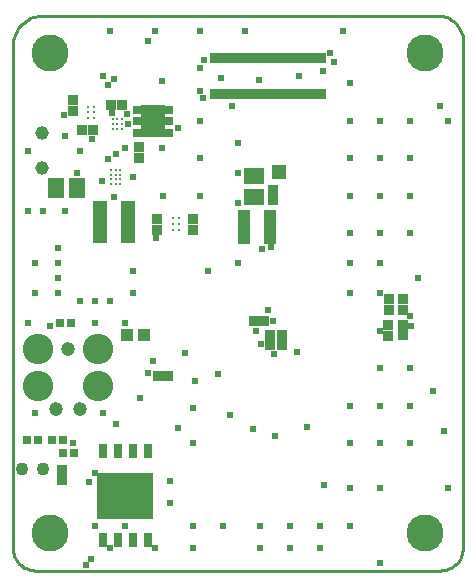
<source format=gbr>
G04 EAGLE Gerber RS-274X export*
G75*
%MOMM*%
%FSLAX34Y34*%
%LPD*%
%INSoldermask Bottom*%
%IPPOS*%
%AMOC8*
5,1,8,0,0,1.08239X$1,22.5*%
G01*
%ADD10C,3.124200*%
%ADD11R,1.653200X1.353200*%
%ADD12R,0.823200X0.823200*%
%ADD13R,1.353200X1.653200*%
%ADD14C,1.193800*%
%ADD15C,2.578100*%
%ADD16R,0.246381X0.787400*%
%ADD17R,9.937600X0.812800*%
%ADD18R,1.168400X3.606800*%
%ADD19R,0.703200X0.703200*%
%ADD20R,1.003200X1.003200*%
%ADD21C,1.103200*%
%ADD22C,1.153200*%
%ADD23C,0.304800*%
%ADD24C,0.292100*%
%ADD25C,0.325000*%
%ADD26R,1.203200X1.203200*%
%ADD27R,1.016000X2.870200*%
%ADD28R,0.803200X0.653200*%
%ADD29R,2.003200X2.803200*%
%ADD30R,0.753200X1.203200*%
%ADD31R,4.775200X4.013200*%
%ADD32C,0.606400*%
%ADD33C,0.254000*%


D10*
X31750Y31750D03*
X349250Y31750D03*
X349250Y438150D03*
X31750Y438150D03*
D11*
X204216Y315866D03*
X204216Y333866D03*
D12*
X217932Y199572D03*
X217932Y190572D03*
X318262Y220544D03*
X318262Y229544D03*
X41656Y76272D03*
X41656Y85272D03*
X220218Y313508D03*
X220218Y322508D03*
X83130Y394462D03*
X92130Y394462D03*
X67746Y372872D03*
X58746Y372872D03*
X122428Y288362D03*
X122428Y297362D03*
X152400Y288362D03*
X152400Y297362D03*
X330200Y220544D03*
X330200Y229544D03*
X330200Y208208D03*
X330200Y199208D03*
X227838Y199572D03*
X227838Y190572D03*
X318008Y207954D03*
X318008Y198954D03*
X212780Y211074D03*
X203780Y211074D03*
X106426Y349322D03*
X106426Y358322D03*
D13*
X54720Y323596D03*
X36720Y323596D03*
D14*
X46736Y187706D03*
X56886Y136906D03*
X36586Y136906D03*
D15*
X72136Y187706D03*
X72136Y155956D03*
X21336Y155956D03*
X21336Y187706D03*
D16*
X207906Y434467D03*
X203906Y434467D03*
X199906Y434467D03*
X195906Y434467D03*
X191906Y434467D03*
X187906Y434467D03*
X183906Y434467D03*
X179906Y434467D03*
X175906Y434467D03*
X171906Y434467D03*
X167906Y434467D03*
X251906Y434467D03*
X247906Y434467D03*
X243906Y434467D03*
X239906Y434467D03*
X235906Y434467D03*
X231906Y434467D03*
X227906Y434467D03*
X223906Y434467D03*
X219906Y434467D03*
X215906Y434467D03*
X211906Y434467D03*
X203906Y403733D03*
X199906Y403733D03*
X195906Y403733D03*
X191906Y403733D03*
X187906Y403733D03*
X183906Y403733D03*
X179906Y403733D03*
X175906Y403733D03*
X171906Y403733D03*
X167906Y403733D03*
X251906Y403733D03*
X247906Y403733D03*
X243906Y403733D03*
X239906Y403733D03*
X235906Y403733D03*
X231906Y403733D03*
X227906Y403733D03*
X223906Y403733D03*
X219906Y403733D03*
X215906Y403733D03*
X211906Y403733D03*
X207906Y403733D03*
D17*
X215900Y434340D03*
X215900Y403860D03*
D16*
X263906Y434467D03*
X259906Y434467D03*
X255906Y434467D03*
X263906Y403733D03*
X259906Y403733D03*
X255906Y403733D03*
D18*
X97409Y295148D03*
X73787Y295148D03*
D19*
X42744Y99314D03*
X51744Y99314D03*
X21010Y110490D03*
X12010Y110490D03*
X49204Y209296D03*
X40204Y209296D03*
X42092Y110236D03*
X33092Y110236D03*
D20*
X96386Y199136D03*
X111386Y199136D03*
D21*
X7764Y85852D03*
X25764Y85852D03*
D22*
X24892Y340854D03*
X24892Y370854D03*
D23*
X91122Y327248D03*
X91122Y331248D03*
X91122Y335248D03*
X91122Y339248D03*
X87122Y327248D03*
X87122Y331248D03*
X87122Y335248D03*
X87122Y339248D03*
X83122Y327248D03*
X83122Y331248D03*
X83122Y335248D03*
X83122Y339248D03*
D24*
X88392Y378206D03*
X92392Y382206D03*
X88392Y382206D03*
X92392Y378206D03*
X84392Y382206D03*
X92392Y374206D03*
X84392Y374206D03*
X84392Y378206D03*
X88392Y374206D03*
D25*
X140676Y288624D03*
X135676Y288624D03*
X140676Y293624D03*
X135676Y293624D03*
X140676Y298624D03*
X135676Y298624D03*
D26*
X225044Y337820D03*
D27*
X195502Y290576D03*
X217502Y290576D03*
D28*
X104864Y370738D03*
X104864Y380238D03*
X104864Y389738D03*
X131864Y389738D03*
X131864Y380238D03*
X131864Y370738D03*
D29*
X118364Y380238D03*
D30*
X76200Y100960D03*
X88900Y100960D03*
X101600Y100960D03*
X114300Y100960D03*
X114300Y26040D03*
X101600Y26040D03*
X88900Y26040D03*
X76200Y26040D03*
D31*
X95250Y63500D03*
D12*
X122500Y165100D03*
X131500Y165100D03*
D25*
X64048Y392858D03*
X69048Y392858D03*
X64048Y387858D03*
X69048Y387858D03*
X64048Y382858D03*
X69048Y382858D03*
D12*
X50800Y389200D03*
X50800Y398200D03*
D32*
X85598Y316484D03*
X87122Y353060D03*
X162052Y432562D03*
X209788Y191639D03*
X311150Y107950D03*
X311150Y69850D03*
X336550Y107950D03*
X285750Y107950D03*
X285750Y69850D03*
X285750Y38100D03*
X260350Y38100D03*
X234950Y38100D03*
X209550Y38100D03*
X177800Y38100D03*
X152400Y38100D03*
X95250Y38100D03*
X82550Y19050D03*
X120650Y19050D03*
X152400Y19050D03*
X209550Y19050D03*
X234950Y19050D03*
X260350Y19050D03*
X311150Y6350D03*
X368300Y69850D03*
X364744Y118110D03*
X336550Y139700D03*
X311150Y139700D03*
X285750Y139700D03*
X311150Y171450D03*
X336550Y171450D03*
X311150Y203200D03*
X311150Y234950D03*
X311150Y260350D03*
X311150Y285750D03*
X311150Y317500D03*
X311150Y349250D03*
X311150Y381000D03*
X285750Y381000D03*
X285750Y349250D03*
X285750Y317500D03*
X285750Y285750D03*
X285750Y260350D03*
X285750Y234950D03*
X336550Y285750D03*
X336550Y317500D03*
X336550Y349250D03*
X336550Y381000D03*
X368300Y381000D03*
X279400Y457200D03*
X196850Y457200D03*
X158750Y457200D03*
X120650Y457200D03*
X82550Y457200D03*
X158750Y425450D03*
X158750Y381000D03*
X158750Y349250D03*
X158750Y317500D03*
X127000Y317500D03*
X25400Y304800D03*
X12700Y304800D03*
X12700Y355600D03*
X285750Y412750D03*
X190500Y361950D03*
X190500Y336550D03*
X190500Y311150D03*
X165100Y254000D03*
X101600Y254000D03*
X101600Y234950D03*
X82550Y228600D03*
X69850Y228600D03*
X57150Y228600D03*
X38100Y234950D03*
X38100Y247650D03*
X38100Y260350D03*
X38100Y273050D03*
X19050Y260350D03*
X19050Y234950D03*
X69850Y209550D03*
X12700Y209550D03*
X19050Y133350D03*
X76200Y133350D03*
X64770Y75184D03*
X133350Y76200D03*
X133350Y57150D03*
X152400Y107950D03*
X139700Y120650D03*
X263144Y72644D03*
X221996Y113792D03*
X203200Y119888D03*
X184150Y131318D03*
X152400Y137668D03*
X154178Y160528D03*
X146050Y184150D03*
X221234Y183642D03*
X240284Y185166D03*
X216408Y220980D03*
X190500Y260350D03*
X242062Y418592D03*
X262382Y422656D03*
X176022Y416814D03*
X85344Y416306D03*
X173736Y166116D03*
X249428Y121158D03*
X342900Y247650D03*
X218186Y273558D03*
X211074Y272542D03*
X337312Y206756D03*
X205486Y203200D03*
X69342Y37846D03*
X84002Y387062D03*
X61722Y4826D03*
X65971Y10160D03*
X96266Y386842D03*
X97282Y377952D03*
X66802Y365252D03*
X54610Y336550D03*
X185633Y393700D03*
X361950Y393700D03*
X95250Y209550D03*
X126492Y414274D03*
X114300Y448564D03*
X95250Y357378D03*
X161290Y400050D03*
X44450Y304800D03*
X76200Y419100D03*
X44450Y368300D03*
X158750Y406400D03*
X120904Y281686D03*
X336550Y215900D03*
X355600Y152400D03*
X50800Y107950D03*
X31750Y207264D03*
X220218Y211074D03*
X271526Y430784D03*
X268224Y438150D03*
X101600Y332994D03*
X80518Y348742D03*
X75184Y329692D03*
X126238Y357378D03*
X139700Y374650D03*
X69358Y82550D03*
X87376Y124460D03*
X80595Y410702D03*
X208026Y415036D03*
X114300Y167386D03*
X57150Y355600D03*
X43434Y386080D03*
X107950Y146050D03*
X118505Y177179D03*
D33*
X0Y19050D02*
X73Y17390D01*
X289Y15742D01*
X649Y14120D01*
X1149Y12535D01*
X1785Y10999D01*
X2552Y9525D01*
X3445Y8123D01*
X4457Y6805D01*
X5580Y5580D01*
X6805Y4457D01*
X8123Y3445D01*
X9525Y2552D01*
X10999Y1785D01*
X12535Y1149D01*
X14120Y649D01*
X15742Y289D01*
X17390Y73D01*
X19050Y0D01*
X361950Y0D01*
X363610Y73D01*
X365258Y289D01*
X366881Y649D01*
X368465Y1149D01*
X370001Y1785D01*
X371475Y2552D01*
X372877Y3445D01*
X374195Y4457D01*
X375420Y5580D01*
X376543Y6805D01*
X377555Y8123D01*
X378448Y9525D01*
X379215Y10999D01*
X379851Y12535D01*
X380351Y14120D01*
X380711Y15742D01*
X380928Y17390D01*
X381000Y19050D01*
X381000Y444500D01*
X381192Y446449D01*
X381214Y448408D01*
X381064Y450360D01*
X380746Y452293D01*
X380260Y454190D01*
X379610Y456038D01*
X378802Y457822D01*
X377841Y459529D01*
X376736Y461145D01*
X375493Y462660D01*
X374124Y464060D01*
X372637Y465335D01*
X371045Y466476D01*
X369360Y467474D01*
X367594Y468321D01*
X365761Y469011D01*
X363875Y469539D01*
X361950Y469900D01*
X25400Y469900D01*
X23186Y469803D01*
X20989Y469514D01*
X18826Y469035D01*
X16713Y468368D01*
X14666Y467520D01*
X12700Y466497D01*
X10831Y465306D01*
X9073Y463958D01*
X7440Y462461D01*
X5942Y460827D01*
X4594Y459069D01*
X3403Y457200D01*
X2380Y455235D01*
X1532Y453187D01*
X865Y451074D01*
X386Y448911D01*
X97Y446714D01*
X0Y444500D01*
X0Y19050D01*
M02*

</source>
